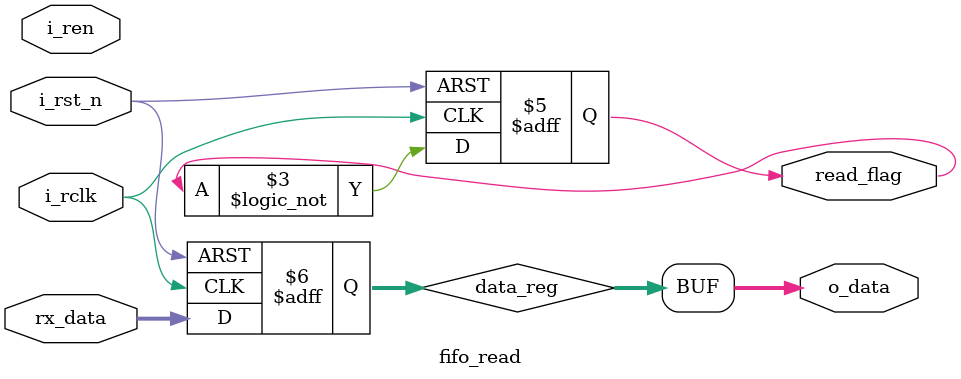
<source format=v>
`timescale 1ns / 1ps


module fifo_read(
    input i_rclk,
    input i_ren,
    input i_rst_n,
    input [3:0] rx_data,
    output [3:0] o_data,
    output reg read_flag    //send to fifo_in module
    );
    
    reg [3:0] data_reg;
    initial begin
        read_flag = 0;
    end
    
    always @(posedge i_rclk, negedge i_rst_n) begin
        if (~i_rst_n) begin
            read_flag <= 0;
            data_reg <= 4'b0000;
        end
        else begin
            data_reg <= rx_data;
            read_flag <= !read_flag; //create the edge for fifo_read detection
        end
    end

assign o_data = data_reg;
endmodule

</source>
